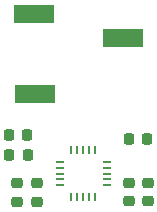
<source format=gbr>
%TF.GenerationSoftware,KiCad,Pcbnew,(6.0.0-0)*%
%TF.CreationDate,2022-08-17T15:33:53+02:00*%
%TF.ProjectId,tpa2012d2_amp_breakout,74706132-3031-4326-9432-5f616d705f62,rev?*%
%TF.SameCoordinates,Original*%
%TF.FileFunction,Paste,Top*%
%TF.FilePolarity,Positive*%
%FSLAX46Y46*%
G04 Gerber Fmt 4.6, Leading zero omitted, Abs format (unit mm)*
G04 Created by KiCad (PCBNEW (6.0.0-0)) date 2022-08-17 15:33:53*
%MOMM*%
%LPD*%
G01*
G04 APERTURE LIST*
G04 Aperture macros list*
%AMRoundRect*
0 Rectangle with rounded corners*
0 $1 Rounding radius*
0 $2 $3 $4 $5 $6 $7 $8 $9 X,Y pos of 4 corners*
0 Add a 4 corners polygon primitive as box body*
4,1,4,$2,$3,$4,$5,$6,$7,$8,$9,$2,$3,0*
0 Add four circle primitives for the rounded corners*
1,1,$1+$1,$2,$3*
1,1,$1+$1,$4,$5*
1,1,$1+$1,$6,$7*
1,1,$1+$1,$8,$9*
0 Add four rect primitives between the rounded corners*
20,1,$1+$1,$2,$3,$4,$5,0*
20,1,$1+$1,$4,$5,$6,$7,0*
20,1,$1+$1,$6,$7,$8,$9,0*
20,1,$1+$1,$8,$9,$2,$3,0*%
G04 Aperture macros list end*
%ADD10RoundRect,0.225000X0.225000X0.250000X-0.225000X0.250000X-0.225000X-0.250000X0.225000X-0.250000X0*%
%ADD11RoundRect,0.225000X0.250000X-0.225000X0.250000X0.225000X-0.250000X0.225000X-0.250000X-0.225000X0*%
%ADD12R,3.500000X1.500000*%
%ADD13R,0.800000X0.230000*%
%ADD14R,0.230000X0.800000*%
%ADD15RoundRect,0.225000X-0.250000X0.225000X-0.250000X-0.225000X0.250000X-0.225000X0.250000X0.225000X0*%
G04 APERTURE END LIST*
D10*
%TO.C,C301*%
X147375000Y-92400000D03*
X145825000Y-92400000D03*
%TD*%
D11*
%TO.C,C306*%
X148200000Y-98075000D03*
X148200000Y-96525000D03*
%TD*%
%TO.C,C302*%
X155950000Y-98025000D03*
X155950000Y-96475000D03*
%TD*%
D12*
%TO.C,J104*%
X155450000Y-84200000D03*
X147950000Y-82200000D03*
X148000000Y-88950000D03*
%TD*%
D11*
%TO.C,C303*%
X157550000Y-98025000D03*
X157550000Y-96475000D03*
%TD*%
D13*
%TO.C,U301*%
X154100000Y-96700000D03*
X154100000Y-96200000D03*
X154100000Y-95700000D03*
X154100000Y-95200000D03*
X154100000Y-94700000D03*
D14*
X153100000Y-93700000D03*
X152600000Y-93700000D03*
X152100000Y-93700000D03*
X151600000Y-93700000D03*
X151100000Y-93700000D03*
D13*
X150100000Y-94700000D03*
X150100000Y-95200000D03*
X150100000Y-95700000D03*
X150100000Y-96200000D03*
X150100000Y-96700000D03*
D14*
X151100000Y-97700000D03*
X151600000Y-97700000D03*
X152100000Y-97700000D03*
X152600000Y-97700000D03*
X153100000Y-97700000D03*
%TD*%
D15*
%TO.C,C304*%
X146500000Y-96525000D03*
X146500000Y-98075000D03*
%TD*%
D10*
%TO.C,C305*%
X157525000Y-92800000D03*
X155975000Y-92800000D03*
%TD*%
%TO.C,C307*%
X147400000Y-94100000D03*
X145850000Y-94100000D03*
%TD*%
M02*

</source>
